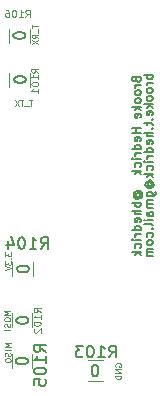
<source format=gbo>
G04 #@! TF.FileFunction,Legend,Bot*
%FSLAX46Y46*%
G04 Gerber Fmt 4.6, Leading zero omitted, Abs format (unit mm)*
G04 Created by KiCad (PCBNEW 4.0.6) date 04/01/17 00:44:48*
%MOMM*%
%LPD*%
G01*
G04 APERTURE LIST*
%ADD10C,0.100000*%
%ADD11C,0.075000*%
%ADD12C,0.150000*%
%ADD13C,0.120000*%
G04 APERTURE END LIST*
D10*
D11*
X59261904Y-40026190D02*
X58976190Y-40026190D01*
X59119047Y-40526190D02*
X59119047Y-40026190D01*
X58928571Y-40573810D02*
X58547619Y-40573810D01*
X58500000Y-40026190D02*
X58214286Y-40026190D01*
X58357143Y-40526190D02*
X58357143Y-40026190D01*
X58095238Y-40026190D02*
X57761905Y-40526190D01*
X57761905Y-40026190D02*
X58095238Y-40526190D01*
X59226190Y-33678572D02*
X59226190Y-33964286D01*
X59726190Y-33821429D02*
X59226190Y-33821429D01*
X59773810Y-34011905D02*
X59773810Y-34392857D01*
X59726190Y-34797619D02*
X59488095Y-34630952D01*
X59726190Y-34511905D02*
X59226190Y-34511905D01*
X59226190Y-34702381D01*
X59250000Y-34750000D01*
X59273810Y-34773809D01*
X59321429Y-34797619D01*
X59392857Y-34797619D01*
X59440476Y-34773809D01*
X59464286Y-34750000D01*
X59488095Y-34702381D01*
X59488095Y-34511905D01*
X59226190Y-34964286D02*
X59726190Y-35297619D01*
X59226190Y-35297619D02*
X59726190Y-34964286D01*
X56976190Y-52961906D02*
X56976190Y-53271429D01*
X57166667Y-53104763D01*
X57166667Y-53176191D01*
X57190476Y-53223810D01*
X57214286Y-53247620D01*
X57261905Y-53271429D01*
X57380952Y-53271429D01*
X57428571Y-53247620D01*
X57452381Y-53223810D01*
X57476190Y-53176191D01*
X57476190Y-53033334D01*
X57452381Y-52985715D01*
X57428571Y-52961906D01*
X57428571Y-53485715D02*
X57452381Y-53509524D01*
X57476190Y-53485715D01*
X57452381Y-53461905D01*
X57428571Y-53485715D01*
X57476190Y-53485715D01*
X56976190Y-53676191D02*
X56976190Y-53985714D01*
X57166667Y-53819048D01*
X57166667Y-53890476D01*
X57190476Y-53938095D01*
X57214286Y-53961905D01*
X57261905Y-53985714D01*
X57380952Y-53985714D01*
X57428571Y-53961905D01*
X57452381Y-53938095D01*
X57476190Y-53890476D01*
X57476190Y-53747619D01*
X57452381Y-53700000D01*
X57428571Y-53676191D01*
X56976190Y-54128571D02*
X57476190Y-54295238D01*
X56976190Y-54461904D01*
X66300000Y-62619047D02*
X66276190Y-62571428D01*
X66276190Y-62500000D01*
X66300000Y-62428571D01*
X66347619Y-62380952D01*
X66395238Y-62357143D01*
X66490476Y-62333333D01*
X66561905Y-62333333D01*
X66657143Y-62357143D01*
X66704762Y-62380952D01*
X66752381Y-62428571D01*
X66776190Y-62500000D01*
X66776190Y-62547619D01*
X66752381Y-62619047D01*
X66728571Y-62642857D01*
X66561905Y-62642857D01*
X66561905Y-62547619D01*
X66776190Y-62857143D02*
X66276190Y-62857143D01*
X66776190Y-63142857D01*
X66276190Y-63142857D01*
X66776190Y-63380953D02*
X66276190Y-63380953D01*
X66276190Y-63500000D01*
X66300000Y-63571429D01*
X66347619Y-63619048D01*
X66395238Y-63642857D01*
X66490476Y-63666667D01*
X66561905Y-63666667D01*
X66657143Y-63642857D01*
X66704762Y-63619048D01*
X66752381Y-63571429D01*
X66776190Y-63500000D01*
X66776190Y-63380953D01*
X57426190Y-60664286D02*
X56926190Y-60664286D01*
X57283333Y-60830952D01*
X56926190Y-60997619D01*
X57426190Y-60997619D01*
X57426190Y-61235715D02*
X56926190Y-61235715D01*
X57402381Y-61450000D02*
X57426190Y-61521429D01*
X57426190Y-61640476D01*
X57402381Y-61688095D01*
X57378571Y-61711905D01*
X57330952Y-61735714D01*
X57283333Y-61735714D01*
X57235714Y-61711905D01*
X57211905Y-61688095D01*
X57188095Y-61640476D01*
X57164286Y-61545238D01*
X57140476Y-61497619D01*
X57116667Y-61473810D01*
X57069048Y-61450000D01*
X57021429Y-61450000D01*
X56973810Y-61473810D01*
X56950000Y-61497619D01*
X56926190Y-61545238D01*
X56926190Y-61664286D01*
X56950000Y-61735714D01*
X56926190Y-62045238D02*
X56926190Y-62140476D01*
X56950000Y-62188095D01*
X56997619Y-62235714D01*
X57092857Y-62259523D01*
X57259524Y-62259523D01*
X57354762Y-62235714D01*
X57402381Y-62188095D01*
X57426190Y-62140476D01*
X57426190Y-62045238D01*
X57402381Y-61997619D01*
X57354762Y-61950000D01*
X57259524Y-61926190D01*
X57092857Y-61926190D01*
X56997619Y-61950000D01*
X56950000Y-61997619D01*
X56926190Y-62045238D01*
X57376190Y-57914286D02*
X56876190Y-57914286D01*
X57233333Y-58080952D01*
X56876190Y-58247619D01*
X57376190Y-58247619D01*
X56876190Y-58580953D02*
X56876190Y-58676191D01*
X56900000Y-58723810D01*
X56947619Y-58771429D01*
X57042857Y-58795238D01*
X57209524Y-58795238D01*
X57304762Y-58771429D01*
X57352381Y-58723810D01*
X57376190Y-58676191D01*
X57376190Y-58580953D01*
X57352381Y-58533334D01*
X57304762Y-58485715D01*
X57209524Y-58461905D01*
X57042857Y-58461905D01*
X56947619Y-58485715D01*
X56900000Y-58533334D01*
X56876190Y-58580953D01*
X57352381Y-58985715D02*
X57376190Y-59057144D01*
X57376190Y-59176191D01*
X57352381Y-59223810D01*
X57328571Y-59247620D01*
X57280952Y-59271429D01*
X57233333Y-59271429D01*
X57185714Y-59247620D01*
X57161905Y-59223810D01*
X57138095Y-59176191D01*
X57114286Y-59080953D01*
X57090476Y-59033334D01*
X57066667Y-59009525D01*
X57019048Y-58985715D01*
X56971429Y-58985715D01*
X56923810Y-59009525D01*
X56900000Y-59033334D01*
X56876190Y-59080953D01*
X56876190Y-59200001D01*
X56900000Y-59271429D01*
X57376190Y-59485715D02*
X56876190Y-59485715D01*
D12*
X69439286Y-37921430D02*
X68689286Y-37921430D01*
X68975000Y-37921430D02*
X68939286Y-37992859D01*
X68939286Y-38135716D01*
X68975000Y-38207145D01*
X69010714Y-38242859D01*
X69082143Y-38278573D01*
X69296429Y-38278573D01*
X69367857Y-38242859D01*
X69403571Y-38207145D01*
X69439286Y-38135716D01*
X69439286Y-37992859D01*
X69403571Y-37921430D01*
X69439286Y-38600001D02*
X68939286Y-38600001D01*
X69082143Y-38600001D02*
X69010714Y-38635716D01*
X68975000Y-38671430D01*
X68939286Y-38742859D01*
X68939286Y-38814287D01*
X69439286Y-39171430D02*
X69403571Y-39100002D01*
X69367857Y-39064287D01*
X69296429Y-39028573D01*
X69082143Y-39028573D01*
X69010714Y-39064287D01*
X68975000Y-39100002D01*
X68939286Y-39171430D01*
X68939286Y-39278573D01*
X68975000Y-39350002D01*
X69010714Y-39385716D01*
X69082143Y-39421430D01*
X69296429Y-39421430D01*
X69367857Y-39385716D01*
X69403571Y-39350002D01*
X69439286Y-39278573D01*
X69439286Y-39171430D01*
X69439286Y-39850001D02*
X69403571Y-39778573D01*
X69367857Y-39742858D01*
X69296429Y-39707144D01*
X69082143Y-39707144D01*
X69010714Y-39742858D01*
X68975000Y-39778573D01*
X68939286Y-39850001D01*
X68939286Y-39957144D01*
X68975000Y-40028573D01*
X69010714Y-40064287D01*
X69082143Y-40100001D01*
X69296429Y-40100001D01*
X69367857Y-40064287D01*
X69403571Y-40028573D01*
X69439286Y-39957144D01*
X69439286Y-39850001D01*
X69439286Y-40421429D02*
X68689286Y-40421429D01*
X69153571Y-40492858D02*
X69439286Y-40707144D01*
X68939286Y-40707144D02*
X69225000Y-40421429D01*
X69403571Y-41314287D02*
X69439286Y-41242858D01*
X69439286Y-41100001D01*
X69403571Y-41028572D01*
X69332143Y-40992858D01*
X69046429Y-40992858D01*
X68975000Y-41028572D01*
X68939286Y-41100001D01*
X68939286Y-41242858D01*
X68975000Y-41314287D01*
X69046429Y-41350001D01*
X69117857Y-41350001D01*
X69189286Y-40992858D01*
X69367857Y-41671429D02*
X69403571Y-41707144D01*
X69439286Y-41671429D01*
X69403571Y-41635715D01*
X69367857Y-41671429D01*
X69439286Y-41671429D01*
X68939286Y-41921430D02*
X68939286Y-42207144D01*
X68689286Y-42028572D02*
X69332143Y-42028572D01*
X69403571Y-42064287D01*
X69439286Y-42135715D01*
X69439286Y-42207144D01*
X69367857Y-42457143D02*
X69403571Y-42492858D01*
X69439286Y-42457143D01*
X69403571Y-42421429D01*
X69367857Y-42457143D01*
X69439286Y-42457143D01*
X69439286Y-42814286D02*
X68689286Y-42814286D01*
X69439286Y-43135715D02*
X69046429Y-43135715D01*
X68975000Y-43100001D01*
X68939286Y-43028572D01*
X68939286Y-42921429D01*
X68975000Y-42850001D01*
X69010714Y-42814286D01*
X69403571Y-43778572D02*
X69439286Y-43707143D01*
X69439286Y-43564286D01*
X69403571Y-43492857D01*
X69332143Y-43457143D01*
X69046429Y-43457143D01*
X68975000Y-43492857D01*
X68939286Y-43564286D01*
X68939286Y-43707143D01*
X68975000Y-43778572D01*
X69046429Y-43814286D01*
X69117857Y-43814286D01*
X69189286Y-43457143D01*
X69439286Y-44457143D02*
X68689286Y-44457143D01*
X69403571Y-44457143D02*
X69439286Y-44385714D01*
X69439286Y-44242857D01*
X69403571Y-44171429D01*
X69367857Y-44135714D01*
X69296429Y-44100000D01*
X69082143Y-44100000D01*
X69010714Y-44135714D01*
X68975000Y-44171429D01*
X68939286Y-44242857D01*
X68939286Y-44385714D01*
X68975000Y-44457143D01*
X69439286Y-44814285D02*
X68939286Y-44814285D01*
X69082143Y-44814285D02*
X69010714Y-44850000D01*
X68975000Y-44885714D01*
X68939286Y-44957143D01*
X68939286Y-45028571D01*
X69439286Y-45278571D02*
X68939286Y-45278571D01*
X68689286Y-45278571D02*
X68725000Y-45242857D01*
X68760714Y-45278571D01*
X68725000Y-45314286D01*
X68689286Y-45278571D01*
X68760714Y-45278571D01*
X69403571Y-45957143D02*
X69439286Y-45885714D01*
X69439286Y-45742857D01*
X69403571Y-45671429D01*
X69367857Y-45635714D01*
X69296429Y-45600000D01*
X69082143Y-45600000D01*
X69010714Y-45635714D01*
X68975000Y-45671429D01*
X68939286Y-45742857D01*
X68939286Y-45885714D01*
X68975000Y-45957143D01*
X69439286Y-46278571D02*
X68689286Y-46278571D01*
X69153571Y-46350000D02*
X69439286Y-46564286D01*
X68939286Y-46564286D02*
X69225000Y-46278571D01*
X69082143Y-47350000D02*
X69046429Y-47314286D01*
X69010714Y-47242857D01*
X69010714Y-47171429D01*
X69046429Y-47100000D01*
X69082143Y-47064286D01*
X69153571Y-47028572D01*
X69225000Y-47028572D01*
X69296429Y-47064286D01*
X69332143Y-47100000D01*
X69367857Y-47171429D01*
X69367857Y-47242857D01*
X69332143Y-47314286D01*
X69296429Y-47350000D01*
X69010714Y-47350000D02*
X69296429Y-47350000D01*
X69332143Y-47385714D01*
X69332143Y-47421429D01*
X69296429Y-47492857D01*
X69225000Y-47528572D01*
X69046429Y-47528572D01*
X68939286Y-47457143D01*
X68867857Y-47350000D01*
X68832143Y-47207143D01*
X68867857Y-47064286D01*
X68939286Y-46957143D01*
X69046429Y-46885714D01*
X69189286Y-46850000D01*
X69332143Y-46885714D01*
X69439286Y-46957143D01*
X69510714Y-47064286D01*
X69546429Y-47207143D01*
X69510714Y-47350000D01*
X69439286Y-47457143D01*
X68939286Y-48171429D02*
X69546429Y-48171429D01*
X69617857Y-48135715D01*
X69653571Y-48100000D01*
X69689286Y-48028572D01*
X69689286Y-47921429D01*
X69653571Y-47850000D01*
X69403571Y-48171429D02*
X69439286Y-48100000D01*
X69439286Y-47957143D01*
X69403571Y-47885715D01*
X69367857Y-47850000D01*
X69296429Y-47814286D01*
X69082143Y-47814286D01*
X69010714Y-47850000D01*
X68975000Y-47885715D01*
X68939286Y-47957143D01*
X68939286Y-48100000D01*
X68975000Y-48171429D01*
X69439286Y-48528571D02*
X68939286Y-48528571D01*
X69010714Y-48528571D02*
X68975000Y-48564286D01*
X68939286Y-48635714D01*
X68939286Y-48742857D01*
X68975000Y-48814286D01*
X69046429Y-48850000D01*
X69439286Y-48850000D01*
X69046429Y-48850000D02*
X68975000Y-48885714D01*
X68939286Y-48957143D01*
X68939286Y-49064286D01*
X68975000Y-49135714D01*
X69046429Y-49171429D01*
X69439286Y-49171429D01*
X69439286Y-49850000D02*
X69046429Y-49850000D01*
X68975000Y-49814286D01*
X68939286Y-49742857D01*
X68939286Y-49600000D01*
X68975000Y-49528571D01*
X69403571Y-49850000D02*
X69439286Y-49778571D01*
X69439286Y-49600000D01*
X69403571Y-49528571D01*
X69332143Y-49492857D01*
X69260714Y-49492857D01*
X69189286Y-49528571D01*
X69153571Y-49600000D01*
X69153571Y-49778571D01*
X69117857Y-49850000D01*
X69439286Y-50207142D02*
X68939286Y-50207142D01*
X68689286Y-50207142D02*
X68725000Y-50171428D01*
X68760714Y-50207142D01*
X68725000Y-50242857D01*
X68689286Y-50207142D01*
X68760714Y-50207142D01*
X69439286Y-50671428D02*
X69403571Y-50600000D01*
X69332143Y-50564285D01*
X68689286Y-50564285D01*
X69367857Y-50957142D02*
X69403571Y-50992857D01*
X69439286Y-50957142D01*
X69403571Y-50921428D01*
X69367857Y-50957142D01*
X69439286Y-50957142D01*
X69403571Y-51635714D02*
X69439286Y-51564285D01*
X69439286Y-51421428D01*
X69403571Y-51350000D01*
X69367857Y-51314285D01*
X69296429Y-51278571D01*
X69082143Y-51278571D01*
X69010714Y-51314285D01*
X68975000Y-51350000D01*
X68939286Y-51421428D01*
X68939286Y-51564285D01*
X68975000Y-51635714D01*
X69439286Y-52064285D02*
X69403571Y-51992857D01*
X69367857Y-51957142D01*
X69296429Y-51921428D01*
X69082143Y-51921428D01*
X69010714Y-51957142D01*
X68975000Y-51992857D01*
X68939286Y-52064285D01*
X68939286Y-52171428D01*
X68975000Y-52242857D01*
X69010714Y-52278571D01*
X69082143Y-52314285D01*
X69296429Y-52314285D01*
X69367857Y-52278571D01*
X69403571Y-52242857D01*
X69439286Y-52171428D01*
X69439286Y-52064285D01*
X69439286Y-52635713D02*
X68939286Y-52635713D01*
X69010714Y-52635713D02*
X68975000Y-52671428D01*
X68939286Y-52742856D01*
X68939286Y-52849999D01*
X68975000Y-52921428D01*
X69046429Y-52957142D01*
X69439286Y-52957142D01*
X69046429Y-52957142D02*
X68975000Y-52992856D01*
X68939286Y-53064285D01*
X68939286Y-53171428D01*
X68975000Y-53242856D01*
X69046429Y-53278571D01*
X69439286Y-53278571D01*
X68046429Y-38314286D02*
X68082143Y-38421429D01*
X68117857Y-38457144D01*
X68189286Y-38492858D01*
X68296429Y-38492858D01*
X68367857Y-38457144D01*
X68403571Y-38421429D01*
X68439286Y-38350001D01*
X68439286Y-38064286D01*
X67689286Y-38064286D01*
X67689286Y-38314286D01*
X67725000Y-38385715D01*
X67760714Y-38421429D01*
X67832143Y-38457144D01*
X67903571Y-38457144D01*
X67975000Y-38421429D01*
X68010714Y-38385715D01*
X68046429Y-38314286D01*
X68046429Y-38064286D01*
X68439286Y-38814286D02*
X67939286Y-38814286D01*
X68082143Y-38814286D02*
X68010714Y-38850001D01*
X67975000Y-38885715D01*
X67939286Y-38957144D01*
X67939286Y-39028572D01*
X68439286Y-39385715D02*
X68403571Y-39314287D01*
X68367857Y-39278572D01*
X68296429Y-39242858D01*
X68082143Y-39242858D01*
X68010714Y-39278572D01*
X67975000Y-39314287D01*
X67939286Y-39385715D01*
X67939286Y-39492858D01*
X67975000Y-39564287D01*
X68010714Y-39600001D01*
X68082143Y-39635715D01*
X68296429Y-39635715D01*
X68367857Y-39600001D01*
X68403571Y-39564287D01*
X68439286Y-39492858D01*
X68439286Y-39385715D01*
X68439286Y-40064286D02*
X68403571Y-39992858D01*
X68367857Y-39957143D01*
X68296429Y-39921429D01*
X68082143Y-39921429D01*
X68010714Y-39957143D01*
X67975000Y-39992858D01*
X67939286Y-40064286D01*
X67939286Y-40171429D01*
X67975000Y-40242858D01*
X68010714Y-40278572D01*
X68082143Y-40314286D01*
X68296429Y-40314286D01*
X68367857Y-40278572D01*
X68403571Y-40242858D01*
X68439286Y-40171429D01*
X68439286Y-40064286D01*
X68439286Y-40635714D02*
X67689286Y-40635714D01*
X68153571Y-40707143D02*
X68439286Y-40921429D01*
X67939286Y-40921429D02*
X68225000Y-40635714D01*
X68403571Y-41528572D02*
X68439286Y-41457143D01*
X68439286Y-41314286D01*
X68403571Y-41242857D01*
X68332143Y-41207143D01*
X68046429Y-41207143D01*
X67975000Y-41242857D01*
X67939286Y-41314286D01*
X67939286Y-41457143D01*
X67975000Y-41528572D01*
X68046429Y-41564286D01*
X68117857Y-41564286D01*
X68189286Y-41207143D01*
X68439286Y-42457143D02*
X67689286Y-42457143D01*
X68046429Y-42457143D02*
X68046429Y-42885715D01*
X68439286Y-42885715D02*
X67689286Y-42885715D01*
X68403571Y-43528572D02*
X68439286Y-43457143D01*
X68439286Y-43314286D01*
X68403571Y-43242857D01*
X68332143Y-43207143D01*
X68046429Y-43207143D01*
X67975000Y-43242857D01*
X67939286Y-43314286D01*
X67939286Y-43457143D01*
X67975000Y-43528572D01*
X68046429Y-43564286D01*
X68117857Y-43564286D01*
X68189286Y-43207143D01*
X68439286Y-44207143D02*
X67689286Y-44207143D01*
X68403571Y-44207143D02*
X68439286Y-44135714D01*
X68439286Y-43992857D01*
X68403571Y-43921429D01*
X68367857Y-43885714D01*
X68296429Y-43850000D01*
X68082143Y-43850000D01*
X68010714Y-43885714D01*
X67975000Y-43921429D01*
X67939286Y-43992857D01*
X67939286Y-44135714D01*
X67975000Y-44207143D01*
X68439286Y-44564285D02*
X67939286Y-44564285D01*
X68082143Y-44564285D02*
X68010714Y-44600000D01*
X67975000Y-44635714D01*
X67939286Y-44707143D01*
X67939286Y-44778571D01*
X68439286Y-45028571D02*
X67939286Y-45028571D01*
X67689286Y-45028571D02*
X67725000Y-44992857D01*
X67760714Y-45028571D01*
X67725000Y-45064286D01*
X67689286Y-45028571D01*
X67760714Y-45028571D01*
X68403571Y-45707143D02*
X68439286Y-45635714D01*
X68439286Y-45492857D01*
X68403571Y-45421429D01*
X68367857Y-45385714D01*
X68296429Y-45350000D01*
X68082143Y-45350000D01*
X68010714Y-45385714D01*
X67975000Y-45421429D01*
X67939286Y-45492857D01*
X67939286Y-45635714D01*
X67975000Y-45707143D01*
X68439286Y-46028571D02*
X67689286Y-46028571D01*
X68153571Y-46100000D02*
X68439286Y-46314286D01*
X67939286Y-46314286D02*
X68225000Y-46028571D01*
X68082143Y-48242858D02*
X68046429Y-48207144D01*
X68010714Y-48135715D01*
X68010714Y-48064287D01*
X68046429Y-47992858D01*
X68082143Y-47957144D01*
X68153571Y-47921430D01*
X68225000Y-47921430D01*
X68296429Y-47957144D01*
X68332143Y-47992858D01*
X68367857Y-48064287D01*
X68367857Y-48135715D01*
X68332143Y-48207144D01*
X68296429Y-48242858D01*
X68010714Y-48242858D02*
X68296429Y-48242858D01*
X68332143Y-48278572D01*
X68332143Y-48314287D01*
X68296429Y-48385715D01*
X68225000Y-48421430D01*
X68046429Y-48421430D01*
X67939286Y-48350001D01*
X67867857Y-48242858D01*
X67832143Y-48100001D01*
X67867857Y-47957144D01*
X67939286Y-47850001D01*
X68046429Y-47778572D01*
X68189286Y-47742858D01*
X68332143Y-47778572D01*
X68439286Y-47850001D01*
X68510714Y-47957144D01*
X68546429Y-48100001D01*
X68510714Y-48242858D01*
X68439286Y-48350001D01*
X68439286Y-48742858D02*
X67689286Y-48742858D01*
X67975000Y-48742858D02*
X67939286Y-48814287D01*
X67939286Y-48957144D01*
X67975000Y-49028573D01*
X68010714Y-49064287D01*
X68082143Y-49100001D01*
X68296429Y-49100001D01*
X68367857Y-49064287D01*
X68403571Y-49028573D01*
X68439286Y-48957144D01*
X68439286Y-48814287D01*
X68403571Y-48742858D01*
X68439286Y-49421429D02*
X67689286Y-49421429D01*
X68439286Y-49742858D02*
X68046429Y-49742858D01*
X67975000Y-49707144D01*
X67939286Y-49635715D01*
X67939286Y-49528572D01*
X67975000Y-49457144D01*
X68010714Y-49421429D01*
X68403571Y-50385715D02*
X68439286Y-50314286D01*
X68439286Y-50171429D01*
X68403571Y-50100000D01*
X68332143Y-50064286D01*
X68046429Y-50064286D01*
X67975000Y-50100000D01*
X67939286Y-50171429D01*
X67939286Y-50314286D01*
X67975000Y-50385715D01*
X68046429Y-50421429D01*
X68117857Y-50421429D01*
X68189286Y-50064286D01*
X68439286Y-51064286D02*
X67689286Y-51064286D01*
X68403571Y-51064286D02*
X68439286Y-50992857D01*
X68439286Y-50850000D01*
X68403571Y-50778572D01*
X68367857Y-50742857D01*
X68296429Y-50707143D01*
X68082143Y-50707143D01*
X68010714Y-50742857D01*
X67975000Y-50778572D01*
X67939286Y-50850000D01*
X67939286Y-50992857D01*
X67975000Y-51064286D01*
X68439286Y-51421428D02*
X67939286Y-51421428D01*
X68082143Y-51421428D02*
X68010714Y-51457143D01*
X67975000Y-51492857D01*
X67939286Y-51564286D01*
X67939286Y-51635714D01*
X68439286Y-51885714D02*
X67939286Y-51885714D01*
X67689286Y-51885714D02*
X67725000Y-51850000D01*
X67760714Y-51885714D01*
X67725000Y-51921429D01*
X67689286Y-51885714D01*
X67760714Y-51885714D01*
X68403571Y-52564286D02*
X68439286Y-52492857D01*
X68439286Y-52350000D01*
X68403571Y-52278572D01*
X68367857Y-52242857D01*
X68296429Y-52207143D01*
X68082143Y-52207143D01*
X68010714Y-52242857D01*
X67975000Y-52278572D01*
X67939286Y-52350000D01*
X67939286Y-52492857D01*
X67975000Y-52564286D01*
X68439286Y-52885714D02*
X67689286Y-52885714D01*
X68153571Y-52957143D02*
X68439286Y-53171429D01*
X67939286Y-53171429D02*
X68225000Y-52885714D01*
D13*
X59030000Y-38925000D02*
X59030000Y-37725000D01*
X57270000Y-37725000D02*
X57270000Y-38925000D01*
X57495000Y-58100000D02*
X57495000Y-59300000D01*
X59255000Y-59300000D02*
X59255000Y-58100000D01*
X65200000Y-62070000D02*
X64000000Y-62070000D01*
X64000000Y-63830000D02*
X65200000Y-63830000D01*
X59330000Y-54950000D02*
X59330000Y-53750000D01*
X57570000Y-53750000D02*
X57570000Y-54950000D01*
X59255000Y-62725000D02*
X59255000Y-61525000D01*
X57495000Y-61525000D02*
X57495000Y-62725000D01*
X57270000Y-34025000D02*
X57270000Y-35225000D01*
X59030000Y-35225000D02*
X59030000Y-34025000D01*
D10*
X59771429Y-37728571D02*
X59485714Y-37528571D01*
X59771429Y-37385714D02*
X59171429Y-37385714D01*
X59171429Y-37614286D01*
X59200000Y-37671428D01*
X59228571Y-37700000D01*
X59285714Y-37728571D01*
X59371429Y-37728571D01*
X59428571Y-37700000D01*
X59457143Y-37671428D01*
X59485714Y-37614286D01*
X59485714Y-37385714D01*
X59771429Y-38300000D02*
X59771429Y-37957143D01*
X59771429Y-38128571D02*
X59171429Y-38128571D01*
X59257143Y-38071428D01*
X59314286Y-38014286D01*
X59342857Y-37957143D01*
X59171429Y-38671429D02*
X59171429Y-38728572D01*
X59200000Y-38785715D01*
X59228571Y-38814286D01*
X59285714Y-38842857D01*
X59400000Y-38871429D01*
X59542857Y-38871429D01*
X59657143Y-38842857D01*
X59714286Y-38814286D01*
X59742857Y-38785715D01*
X59771429Y-38728572D01*
X59771429Y-38671429D01*
X59742857Y-38614286D01*
X59714286Y-38585715D01*
X59657143Y-38557143D01*
X59542857Y-38528572D01*
X59400000Y-38528572D01*
X59285714Y-38557143D01*
X59228571Y-38585715D01*
X59200000Y-38614286D01*
X59171429Y-38671429D01*
X59771429Y-39442858D02*
X59771429Y-39100001D01*
X59771429Y-39271429D02*
X59171429Y-39271429D01*
X59257143Y-39214286D01*
X59314286Y-39157144D01*
X59342857Y-39100001D01*
D12*
X57702381Y-38252381D02*
X57702381Y-38347620D01*
X57750000Y-38442858D01*
X57797619Y-38490477D01*
X57892857Y-38538096D01*
X58083333Y-38585715D01*
X58321429Y-38585715D01*
X58511905Y-38538096D01*
X58607143Y-38490477D01*
X58654762Y-38442858D01*
X58702381Y-38347620D01*
X58702381Y-38252381D01*
X58654762Y-38157143D01*
X58607143Y-38109524D01*
X58511905Y-38061905D01*
X58321429Y-38014286D01*
X58083333Y-38014286D01*
X57892857Y-38061905D01*
X57797619Y-38109524D01*
X57750000Y-38157143D01*
X57702381Y-38252381D01*
D10*
X59971429Y-58028571D02*
X59685714Y-57828571D01*
X59971429Y-57685714D02*
X59371429Y-57685714D01*
X59371429Y-57914286D01*
X59400000Y-57971428D01*
X59428571Y-58000000D01*
X59485714Y-58028571D01*
X59571429Y-58028571D01*
X59628571Y-58000000D01*
X59657143Y-57971428D01*
X59685714Y-57914286D01*
X59685714Y-57685714D01*
X59971429Y-58600000D02*
X59971429Y-58257143D01*
X59971429Y-58428571D02*
X59371429Y-58428571D01*
X59457143Y-58371428D01*
X59514286Y-58314286D01*
X59542857Y-58257143D01*
X59371429Y-58971429D02*
X59371429Y-59028572D01*
X59400000Y-59085715D01*
X59428571Y-59114286D01*
X59485714Y-59142857D01*
X59600000Y-59171429D01*
X59742857Y-59171429D01*
X59857143Y-59142857D01*
X59914286Y-59114286D01*
X59942857Y-59085715D01*
X59971429Y-59028572D01*
X59971429Y-58971429D01*
X59942857Y-58914286D01*
X59914286Y-58885715D01*
X59857143Y-58857143D01*
X59742857Y-58828572D01*
X59600000Y-58828572D01*
X59485714Y-58857143D01*
X59428571Y-58885715D01*
X59400000Y-58914286D01*
X59371429Y-58971429D01*
X59428571Y-59400001D02*
X59400000Y-59428572D01*
X59371429Y-59485715D01*
X59371429Y-59628572D01*
X59400000Y-59685715D01*
X59428571Y-59714286D01*
X59485714Y-59742858D01*
X59542857Y-59742858D01*
X59628571Y-59714286D01*
X59971429Y-59371429D01*
X59971429Y-59742858D01*
D12*
X57902381Y-58652381D02*
X57902381Y-58747620D01*
X57950000Y-58842858D01*
X57997619Y-58890477D01*
X58092857Y-58938096D01*
X58283333Y-58985715D01*
X58521429Y-58985715D01*
X58711905Y-58938096D01*
X58807143Y-58890477D01*
X58854762Y-58842858D01*
X58902381Y-58747620D01*
X58902381Y-58652381D01*
X58854762Y-58557143D01*
X58807143Y-58509524D01*
X58711905Y-58461905D01*
X58521429Y-58414286D01*
X58283333Y-58414286D01*
X58092857Y-58461905D01*
X57997619Y-58509524D01*
X57950000Y-58557143D01*
X57902381Y-58652381D01*
X65769047Y-61852381D02*
X66102381Y-61376190D01*
X66340476Y-61852381D02*
X66340476Y-60852381D01*
X65959523Y-60852381D01*
X65864285Y-60900000D01*
X65816666Y-60947619D01*
X65769047Y-61042857D01*
X65769047Y-61185714D01*
X65816666Y-61280952D01*
X65864285Y-61328571D01*
X65959523Y-61376190D01*
X66340476Y-61376190D01*
X64816666Y-61852381D02*
X65388095Y-61852381D01*
X65102381Y-61852381D02*
X65102381Y-60852381D01*
X65197619Y-60995238D01*
X65292857Y-61090476D01*
X65388095Y-61138095D01*
X64197619Y-60852381D02*
X64102380Y-60852381D01*
X64007142Y-60900000D01*
X63959523Y-60947619D01*
X63911904Y-61042857D01*
X63864285Y-61233333D01*
X63864285Y-61471429D01*
X63911904Y-61661905D01*
X63959523Y-61757143D01*
X64007142Y-61804762D01*
X64102380Y-61852381D01*
X64197619Y-61852381D01*
X64292857Y-61804762D01*
X64340476Y-61757143D01*
X64388095Y-61661905D01*
X64435714Y-61471429D01*
X64435714Y-61233333D01*
X64388095Y-61042857D01*
X64340476Y-60947619D01*
X64292857Y-60900000D01*
X64197619Y-60852381D01*
X63530952Y-60852381D02*
X62911904Y-60852381D01*
X63245238Y-61233333D01*
X63102380Y-61233333D01*
X63007142Y-61280952D01*
X62959523Y-61328571D01*
X62911904Y-61423810D01*
X62911904Y-61661905D01*
X62959523Y-61757143D01*
X63007142Y-61804762D01*
X63102380Y-61852381D01*
X63388095Y-61852381D01*
X63483333Y-61804762D01*
X63530952Y-61757143D01*
X64597619Y-62452381D02*
X64502380Y-62452381D01*
X64407142Y-62500000D01*
X64359523Y-62547619D01*
X64311904Y-62642857D01*
X64264285Y-62833333D01*
X64264285Y-63071429D01*
X64311904Y-63261905D01*
X64359523Y-63357143D01*
X64407142Y-63404762D01*
X64502380Y-63452381D01*
X64597619Y-63452381D01*
X64692857Y-63404762D01*
X64740476Y-63357143D01*
X64788095Y-63261905D01*
X64835714Y-63071429D01*
X64835714Y-62833333D01*
X64788095Y-62642857D01*
X64740476Y-62547619D01*
X64692857Y-62500000D01*
X64597619Y-62452381D01*
X59969047Y-52652381D02*
X60302381Y-52176190D01*
X60540476Y-52652381D02*
X60540476Y-51652381D01*
X60159523Y-51652381D01*
X60064285Y-51700000D01*
X60016666Y-51747619D01*
X59969047Y-51842857D01*
X59969047Y-51985714D01*
X60016666Y-52080952D01*
X60064285Y-52128571D01*
X60159523Y-52176190D01*
X60540476Y-52176190D01*
X59016666Y-52652381D02*
X59588095Y-52652381D01*
X59302381Y-52652381D02*
X59302381Y-51652381D01*
X59397619Y-51795238D01*
X59492857Y-51890476D01*
X59588095Y-51938095D01*
X58397619Y-51652381D02*
X58302380Y-51652381D01*
X58207142Y-51700000D01*
X58159523Y-51747619D01*
X58111904Y-51842857D01*
X58064285Y-52033333D01*
X58064285Y-52271429D01*
X58111904Y-52461905D01*
X58159523Y-52557143D01*
X58207142Y-52604762D01*
X58302380Y-52652381D01*
X58397619Y-52652381D01*
X58492857Y-52604762D01*
X58540476Y-52557143D01*
X58588095Y-52461905D01*
X58635714Y-52271429D01*
X58635714Y-52033333D01*
X58588095Y-51842857D01*
X58540476Y-51747619D01*
X58492857Y-51700000D01*
X58397619Y-51652381D01*
X57207142Y-51985714D02*
X57207142Y-52652381D01*
X57445238Y-51604762D02*
X57683333Y-52319048D01*
X57064285Y-52319048D01*
X57952381Y-54302381D02*
X57952381Y-54397620D01*
X58000000Y-54492858D01*
X58047619Y-54540477D01*
X58142857Y-54588096D01*
X58333333Y-54635715D01*
X58571429Y-54635715D01*
X58761905Y-54588096D01*
X58857143Y-54540477D01*
X58904762Y-54492858D01*
X58952381Y-54397620D01*
X58952381Y-54302381D01*
X58904762Y-54207143D01*
X58857143Y-54159524D01*
X58761905Y-54111905D01*
X58571429Y-54064286D01*
X58333333Y-54064286D01*
X58142857Y-54111905D01*
X58047619Y-54159524D01*
X58000000Y-54207143D01*
X57952381Y-54302381D01*
X60402381Y-61380953D02*
X59926190Y-61047619D01*
X60402381Y-60809524D02*
X59402381Y-60809524D01*
X59402381Y-61190477D01*
X59450000Y-61285715D01*
X59497619Y-61333334D01*
X59592857Y-61380953D01*
X59735714Y-61380953D01*
X59830952Y-61333334D01*
X59878571Y-61285715D01*
X59926190Y-61190477D01*
X59926190Y-60809524D01*
X60402381Y-62333334D02*
X60402381Y-61761905D01*
X60402381Y-62047619D02*
X59402381Y-62047619D01*
X59545238Y-61952381D01*
X59640476Y-61857143D01*
X59688095Y-61761905D01*
X59402381Y-62952381D02*
X59402381Y-63047620D01*
X59450000Y-63142858D01*
X59497619Y-63190477D01*
X59592857Y-63238096D01*
X59783333Y-63285715D01*
X60021429Y-63285715D01*
X60211905Y-63238096D01*
X60307143Y-63190477D01*
X60354762Y-63142858D01*
X60402381Y-63047620D01*
X60402381Y-62952381D01*
X60354762Y-62857143D01*
X60307143Y-62809524D01*
X60211905Y-62761905D01*
X60021429Y-62714286D01*
X59783333Y-62714286D01*
X59592857Y-62761905D01*
X59497619Y-62809524D01*
X59450000Y-62857143D01*
X59402381Y-62952381D01*
X59402381Y-64190477D02*
X59402381Y-63714286D01*
X59878571Y-63666667D01*
X59830952Y-63714286D01*
X59783333Y-63809524D01*
X59783333Y-64047620D01*
X59830952Y-64142858D01*
X59878571Y-64190477D01*
X59973810Y-64238096D01*
X60211905Y-64238096D01*
X60307143Y-64190477D01*
X60354762Y-64142858D01*
X60402381Y-64047620D01*
X60402381Y-63809524D01*
X60354762Y-63714286D01*
X60307143Y-63666667D01*
X57852381Y-62102381D02*
X57852381Y-62197620D01*
X57900000Y-62292858D01*
X57947619Y-62340477D01*
X58042857Y-62388096D01*
X58233333Y-62435715D01*
X58471429Y-62435715D01*
X58661905Y-62388096D01*
X58757143Y-62340477D01*
X58804762Y-62292858D01*
X58852381Y-62197620D01*
X58852381Y-62102381D01*
X58804762Y-62007143D01*
X58757143Y-61959524D01*
X58661905Y-61911905D01*
X58471429Y-61864286D01*
X58233333Y-61864286D01*
X58042857Y-61911905D01*
X57947619Y-61959524D01*
X57900000Y-62007143D01*
X57852381Y-62102381D01*
D10*
X58671429Y-33021429D02*
X58871429Y-32735714D01*
X59014286Y-33021429D02*
X59014286Y-32421429D01*
X58785714Y-32421429D01*
X58728572Y-32450000D01*
X58700000Y-32478571D01*
X58671429Y-32535714D01*
X58671429Y-32621429D01*
X58700000Y-32678571D01*
X58728572Y-32707143D01*
X58785714Y-32735714D01*
X59014286Y-32735714D01*
X58100000Y-33021429D02*
X58442857Y-33021429D01*
X58271429Y-33021429D02*
X58271429Y-32421429D01*
X58328572Y-32507143D01*
X58385714Y-32564286D01*
X58442857Y-32592857D01*
X57728571Y-32421429D02*
X57671428Y-32421429D01*
X57614285Y-32450000D01*
X57585714Y-32478571D01*
X57557143Y-32535714D01*
X57528571Y-32650000D01*
X57528571Y-32792857D01*
X57557143Y-32907143D01*
X57585714Y-32964286D01*
X57614285Y-32992857D01*
X57671428Y-33021429D01*
X57728571Y-33021429D01*
X57785714Y-32992857D01*
X57814285Y-32964286D01*
X57842857Y-32907143D01*
X57871428Y-32792857D01*
X57871428Y-32650000D01*
X57842857Y-32535714D01*
X57814285Y-32478571D01*
X57785714Y-32450000D01*
X57728571Y-32421429D01*
X57014285Y-32421429D02*
X57128571Y-32421429D01*
X57185714Y-32450000D01*
X57214285Y-32478571D01*
X57271428Y-32564286D01*
X57299999Y-32678571D01*
X57299999Y-32907143D01*
X57271428Y-32964286D01*
X57242856Y-32992857D01*
X57185714Y-33021429D01*
X57071428Y-33021429D01*
X57014285Y-32992857D01*
X56985714Y-32964286D01*
X56957142Y-32907143D01*
X56957142Y-32764286D01*
X56985714Y-32707143D01*
X57014285Y-32678571D01*
X57071428Y-32650000D01*
X57185714Y-32650000D01*
X57242856Y-32678571D01*
X57271428Y-32707143D01*
X57299999Y-32764286D01*
D12*
X57652381Y-34552381D02*
X57652381Y-34647620D01*
X57700000Y-34742858D01*
X57747619Y-34790477D01*
X57842857Y-34838096D01*
X58033333Y-34885715D01*
X58271429Y-34885715D01*
X58461905Y-34838096D01*
X58557143Y-34790477D01*
X58604762Y-34742858D01*
X58652381Y-34647620D01*
X58652381Y-34552381D01*
X58604762Y-34457143D01*
X58557143Y-34409524D01*
X58461905Y-34361905D01*
X58271429Y-34314286D01*
X58033333Y-34314286D01*
X57842857Y-34361905D01*
X57747619Y-34409524D01*
X57700000Y-34457143D01*
X57652381Y-34552381D01*
M02*

</source>
